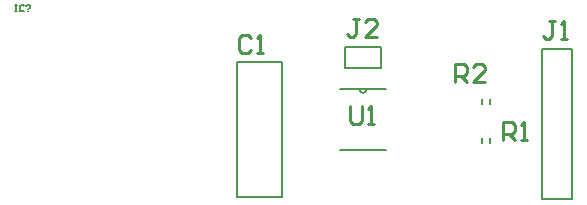
<source format=gto>
G04*
G04 #@! TF.GenerationSoftware,Altium Limited,Altium Designer,20.2.7 (254)*
G04*
G04 Layer_Color=65535*
%FSLAX23Y23*%
%MOIN*%
G70*
G04*
G04 #@! TF.SameCoordinates,66DE7B0B-367C-45AC-96F2-8558094BDFBB*
G04*
G04*
G04 #@! TF.FilePolarity,Positive*
G04*
G01*
G75*
%ADD10C,0.006*%
%ADD11C,0.008*%
%ADD12C,0.005*%
%ADD13C,0.010*%
D10*
X6178Y1491D02*
G03*
X6202Y1491I12J0D01*
G01*
X6112Y1289D02*
X6268D01*
X6202Y1491D02*
X6268D01*
X6178D02*
X6202D01*
X6112D02*
X6178D01*
D11*
X6586Y1442D02*
Y1457D01*
X6614Y1442D02*
Y1457D01*
X6586Y1312D02*
Y1328D01*
X6614Y1312D02*
Y1328D01*
X6130Y1630D02*
X6250D01*
Y1560D02*
Y1630D01*
X6130Y1560D02*
X6250D01*
X6130D02*
Y1630D01*
X6785Y1625D02*
X6885D01*
Y1125D02*
Y1625D01*
X6785Y1125D02*
Y1625D01*
Y1125D02*
X6885D01*
X5770Y1580D02*
X5920D01*
Y1130D02*
Y1580D01*
X5770Y1130D02*
X5920D01*
X5770D02*
Y1580D01*
D12*
X5029Y1770D02*
X5036D01*
X5032D01*
Y1750D01*
X5029D01*
X5036D01*
X5059Y1767D02*
X5056Y1770D01*
X5049D01*
X5046Y1767D01*
Y1753D01*
X5049Y1750D01*
X5056D01*
X5059Y1753D01*
X5066Y1767D02*
X5069Y1770D01*
X5076D01*
X5079Y1767D01*
Y1763D01*
X5072Y1757D01*
Y1753D02*
Y1750D01*
D13*
X6145Y1435D02*
Y1385D01*
X6155Y1375D01*
X6175D01*
X6185Y1385D01*
Y1435D01*
X6205Y1375D02*
X6225D01*
X6215D01*
Y1435D01*
X6205Y1425D01*
X6495Y1515D02*
Y1575D01*
X6525D01*
X6535Y1565D01*
Y1545D01*
X6525Y1535D01*
X6495D01*
X6515D02*
X6535Y1515D01*
X6595D02*
X6555D01*
X6595Y1555D01*
Y1565D01*
X6585Y1575D01*
X6565D01*
X6555Y1565D01*
X6655Y1320D02*
Y1380D01*
X6685D01*
X6695Y1370D01*
Y1350D01*
X6685Y1340D01*
X6655D01*
X6675D02*
X6695Y1320D01*
X6715D02*
X6735D01*
X6725D01*
Y1380D01*
X6715Y1370D01*
X6176Y1724D02*
X6156D01*
X6166D01*
Y1674D01*
X6156Y1664D01*
X6146D01*
X6136Y1674D01*
X6236Y1664D02*
X6196D01*
X6236Y1704D01*
Y1714D01*
X6226Y1724D01*
X6206D01*
X6196Y1714D01*
X6831Y1719D02*
X6811D01*
X6821D01*
Y1669D01*
X6811Y1659D01*
X6801D01*
X6791Y1669D01*
X6851Y1659D02*
X6871D01*
X6861D01*
Y1719D01*
X6851Y1709D01*
X5816Y1663D02*
X5806Y1673D01*
X5786D01*
X5777Y1663D01*
Y1623D01*
X5786Y1613D01*
X5806D01*
X5816Y1623D01*
X5836Y1613D02*
X5856D01*
X5846D01*
Y1673D01*
X5836Y1663D01*
M02*

</source>
